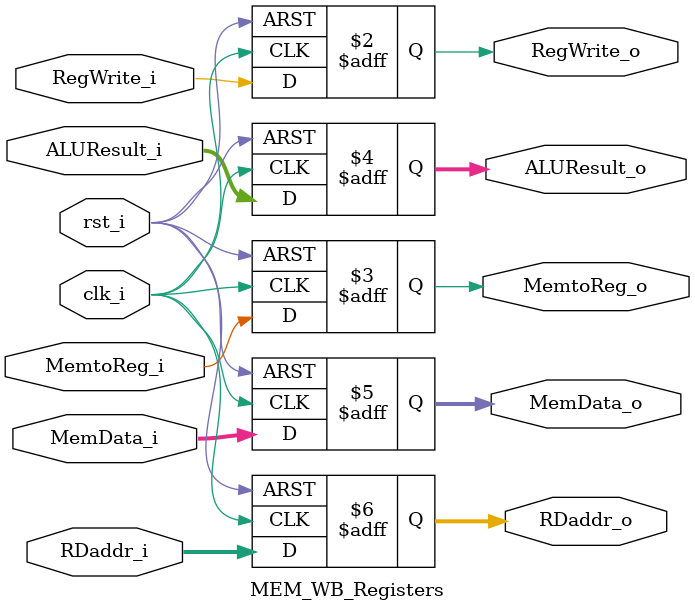
<source format=v>
module IF_ID_Registers
(
    clk_i,
    rst_i,
    instruction_i,
    instruction_o
);

input                   clk_i;
input                   rst_i;
input       [31:0]      instruction_i;
output reg  [31:0]      instruction_o;

always @ (posedge clk_i or posedge rst_i) begin
    if (rst_i) begin
        instruction_o <= 32'b0;
    end
    else begin
        instruction_o <= instruction_i;
    end
end

endmodule

module ID_EX_Registers
(
    clk_i,
    rst_i,
    RegWrite_i,
    MemtoReg_i,
    MemRead_i,
    MemWrite_i,
    ALUOp_i,
    ALUSrc_i,
    RS1data_i,
    RS2data_i,
    immediate_i,
    funct_i,
    RS1addr_i,
    RS2addr_i,
    RDaddr_i,
    RegWrite_o,
    MemtoReg_o,
    MemRead_o,
    MemWrite_o,
    ALUOp_o,
    ALUSrc_o,
    RS1data_o,
    RS2data_o,
    immediate_o,
    funct_o,
    RS1addr_o,
    RS2addr_o,
    RDaddr_o
);

input                   clk_i;
input                   rst_i;
input                   RegWrite_i;
input                   MemtoReg_i;
input                   MemRead_i;
input                   MemWrite_i;
input       [1:0]       ALUOp_i;
input                   ALUSrc_i;
input       [31:0]      RS1data_i;
input       [31:0]      RS2data_i;
input       [31:0]      immediate_i;
input       [9:0]       funct_i;
input       [4:0]       RS1addr_i;
input       [4:0]       RS2addr_i;
input       [4:0]       RDaddr_i;
output reg              RegWrite_o;
output reg              MemtoReg_o;
output reg              MemRead_o;
output reg              MemWrite_o;
output reg  [1:0]       ALUOp_o;
output reg              ALUSrc_o;
output reg  [31:0]      RS1data_o;
output reg  [31:0]      RS2data_o;
output reg  [31:0]      immediate_o;
output reg  [9:0]       funct_o;
output reg  [4:0]       RS1addr_o;
output reg  [4:0]       RS2addr_o;
output reg  [4:0]       RDaddr_o;

always @ (posedge clk_i or posedge rst_i) begin
    if (rst_i) begin
        RegWrite_o <= 1'b0;
        MemtoReg_o <= 1'b0;
        MemRead_o <= 1'b0;
        MemWrite_o <= 1'b0;
        ALUOp_o <= 2'b0;
        ALUSrc_o <= 1'b0;
        RS1data_o <= 32'b0;
        RS2data_o <= 32'b0;
        immediate_o <= 32'b0;
        funct_o <= 10'b0;
        RS1addr_o <= 5'b0;
        RS2addr_o <= 5'b0;
        RDaddr_o <= 5'b0;
    end
    else begin
        RegWrite_o <= RegWrite_i;
        MemtoReg_o <= MemtoReg_i;
        MemRead_o <= MemRead_i;
        MemWrite_o <= MemWrite_i;
        ALUOp_o <= ALUOp_i;
        ALUSrc_o <= ALUSrc_i;
        RS1data_o <= RS1data_i;
        RS2data_o <= RS2data_i;
        immediate_o <= immediate_i;
        funct_o <= funct_i;
        RS1addr_o <= RS1addr_i;
        RS2addr_o <= RS2addr_i;
        RDaddr_o <= RDaddr_i;
    end
end

endmodule


module EX_MEM_Registers
(
    clk_i,
    rst_i,
    RegWrite_i,
    MemtoReg_i,
    MemRead_i,
    MemWrite_i,
    ALUResult_i,
    RS2data_i,
    RDaddr_i,
    RegWrite_o,
    MemtoReg_o,
    MemRead_o,
    MemWrite_o,
    ALUResult_o,
    RS2data_o,
    RDaddr_o
);

input                   clk_i;
input                   rst_i;
input                   RegWrite_i;
input                   MemtoReg_i;
input                   MemRead_i;
input                   MemWrite_i;
input       [31:0]      ALUResult_i;
input       [31:0]      RS2data_i;
input       [4:0]       RDaddr_i;
output reg              RegWrite_o;
output reg              MemtoReg_o;
output reg              MemRead_o;
output reg              MemWrite_o;
output reg  [31:0]      ALUResult_o;
output reg  [31:0]      RS2data_o;
output reg  [4:0]       RDaddr_o;

always @ (posedge clk_i or posedge rst_i) begin
    if (rst_i) begin
        RegWrite_o <= 1'b0;
        MemtoReg_o <= 1'b0;
        MemRead_o <= 1'b0;
        MemWrite_o <= 1'b0;
        ALUResult_o <= 32'b0;
        RS2data_o <= 32'b0;
        RDaddr_o <= 5'b0;
    end
    else begin
        RegWrite_o <= RegWrite_i;
        MemtoReg_o <= MemtoReg_i;
        MemRead_o <= MemRead_i;
        MemWrite_o <= MemWrite_i;
        ALUResult_o <= ALUResult_i;
        RS2data_o <= RS2data_i;
        RDaddr_o <= RDaddr_i;
    end
end

endmodule

module MEM_WB_Registers
(
    clk_i,
    rst_i,
    RegWrite_i,
    MemtoReg_i,
    ALUResult_i,
    MemData_i,
    RDaddr_i,
    RegWrite_o,
    MemtoReg_o,
    ALUResult_o,
    MemData_o,
    RDaddr_o
);

input                   clk_i;
input                   rst_i;
input                   RegWrite_i;
input                   MemtoReg_i;
input       [31:0]      ALUResult_i;
input       [31:0]      MemData_i;
input       [4:0]       RDaddr_i;
output reg              RegWrite_o;
output reg              MemtoReg_o;
output reg  [31:0]      ALUResult_o;
output reg  [31:0]      MemData_o;
output reg  [4:0]       RDaddr_o;

always @ (posedge clk_i or posedge rst_i) begin
    if (rst_i) begin
        RegWrite_o <= 1'b0;
        MemtoReg_o <= 1'b0;
        ALUResult_o <= 32'b0;
        MemData_o <= 32'b0;
        RDaddr_o <= 5'b0;
    end
    else begin
        RegWrite_o <= RegWrite_i;
        MemtoReg_o <= MemtoReg_i;
        ALUResult_o <= ALUResult_i;
        MemData_o <= MemData_i;
        RDaddr_o <= RDaddr_i;
    end
end

endmodule

</source>
